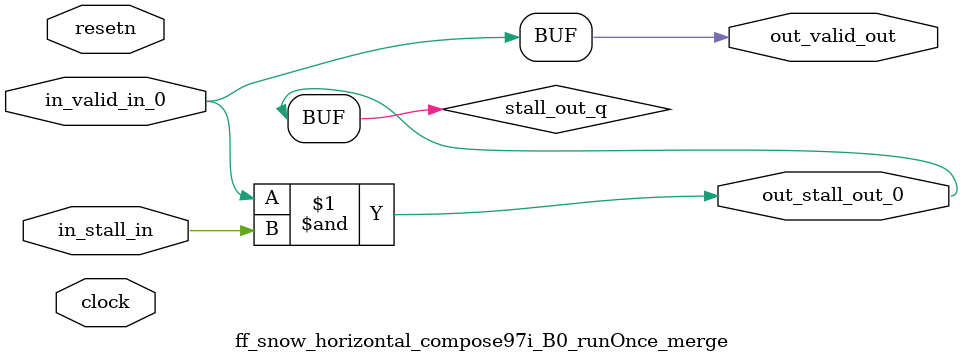
<source format=sv>



(* altera_attribute = "-name AUTO_SHIFT_REGISTER_RECOGNITION OFF; -name MESSAGE_DISABLE 10036; -name MESSAGE_DISABLE 10037; -name MESSAGE_DISABLE 14130; -name MESSAGE_DISABLE 14320; -name MESSAGE_DISABLE 15400; -name MESSAGE_DISABLE 14130; -name MESSAGE_DISABLE 10036; -name MESSAGE_DISABLE 12020; -name MESSAGE_DISABLE 12030; -name MESSAGE_DISABLE 12010; -name MESSAGE_DISABLE 12110; -name MESSAGE_DISABLE 14320; -name MESSAGE_DISABLE 13410; -name MESSAGE_DISABLE 113007; -name MESSAGE_DISABLE 10958" *)
module ff_snow_horizontal_compose97i_B0_runOnce_merge (
    input wire [0:0] in_stall_in,
    input wire [0:0] in_valid_in_0,
    output wire [0:0] out_stall_out_0,
    output wire [0:0] out_valid_out,
    input wire clock,
    input wire resetn
    );

    wire [0:0] stall_out_q;


    // stall_out(LOGICAL,6)
    assign stall_out_q = in_valid_in_0 & in_stall_in;

    // out_stall_out_0(GPOUT,4)
    assign out_stall_out_0 = stall_out_q;

    // out_valid_out(GPOUT,5)
    assign out_valid_out = in_valid_in_0;

endmodule

</source>
